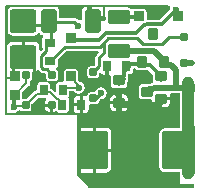
<source format=gtl>
G04*
G04 #@! TF.GenerationSoftware,Altium Limited,Altium Designer,20.0.10 (225)*
G04*
G04 Layer_Physical_Order=1*
G04 Layer_Color=255*
%FSLAX25Y25*%
%MOIN*%
G70*
G01*
G75*
%ADD10C,0.00984*%
%ADD11C,0.00787*%
%ADD12C,0.01575*%
G04:AMPARAMS|DCode=16|XSize=94.49mil|YSize=129.92mil|CornerRadius=9.45mil|HoleSize=0mil|Usage=FLASHONLY|Rotation=180.000|XOffset=0mil|YOffset=0mil|HoleType=Round|Shape=RoundedRectangle|*
%AMROUNDEDRECTD16*
21,1,0.09449,0.11102,0,0,180.0*
21,1,0.07559,0.12992,0,0,180.0*
1,1,0.01890,-0.03780,0.05551*
1,1,0.01890,0.03780,0.05551*
1,1,0.01890,0.03780,-0.05551*
1,1,0.01890,-0.03780,-0.05551*
%
%ADD16ROUNDEDRECTD16*%
G04:AMPARAMS|DCode=17|XSize=23.62mil|YSize=23.62mil|CornerRadius=2.36mil|HoleSize=0mil|Usage=FLASHONLY|Rotation=270.000|XOffset=0mil|YOffset=0mil|HoleType=Round|Shape=RoundedRectangle|*
%AMROUNDEDRECTD17*
21,1,0.02362,0.01890,0,0,270.0*
21,1,0.01890,0.02362,0,0,270.0*
1,1,0.00472,-0.00945,-0.00945*
1,1,0.00472,-0.00945,0.00945*
1,1,0.00472,0.00945,0.00945*
1,1,0.00472,0.00945,-0.00945*
%
%ADD17ROUNDEDRECTD17*%
G04:AMPARAMS|DCode=18|XSize=35.83mil|YSize=33.47mil|CornerRadius=3.35mil|HoleSize=0mil|Usage=FLASHONLY|Rotation=0.000|XOffset=0mil|YOffset=0mil|HoleType=Round|Shape=RoundedRectangle|*
%AMROUNDEDRECTD18*
21,1,0.03583,0.02677,0,0,0.0*
21,1,0.02913,0.03347,0,0,0.0*
1,1,0.00669,0.01457,-0.01339*
1,1,0.00669,-0.01457,-0.01339*
1,1,0.00669,-0.01457,0.01339*
1,1,0.00669,0.01457,0.01339*
%
%ADD18ROUNDEDRECTD18*%
G04:AMPARAMS|DCode=19|XSize=23.62mil|YSize=23.62mil|CornerRadius=2.36mil|HoleSize=0mil|Usage=FLASHONLY|Rotation=180.000|XOffset=0mil|YOffset=0mil|HoleType=Round|Shape=RoundedRectangle|*
%AMROUNDEDRECTD19*
21,1,0.02362,0.01890,0,0,180.0*
21,1,0.01890,0.02362,0,0,180.0*
1,1,0.00472,-0.00945,0.00945*
1,1,0.00472,0.00945,0.00945*
1,1,0.00472,0.00945,-0.00945*
1,1,0.00472,-0.00945,-0.00945*
%
%ADD19ROUNDEDRECTD19*%
G04:AMPARAMS|DCode=20|XSize=27.56mil|YSize=36.22mil|CornerRadius=2.76mil|HoleSize=0mil|Usage=FLASHONLY|Rotation=0.000|XOffset=0mil|YOffset=0mil|HoleType=Round|Shape=RoundedRectangle|*
%AMROUNDEDRECTD20*
21,1,0.02756,0.03071,0,0,0.0*
21,1,0.02205,0.03622,0,0,0.0*
1,1,0.00551,0.01102,-0.01535*
1,1,0.00551,-0.01102,-0.01535*
1,1,0.00551,-0.01102,0.01535*
1,1,0.00551,0.01102,0.01535*
%
%ADD20ROUNDEDRECTD20*%
G04:AMPARAMS|DCode=21|XSize=35.43mil|YSize=37.4mil|CornerRadius=3.54mil|HoleSize=0mil|Usage=FLASHONLY|Rotation=270.000|XOffset=0mil|YOffset=0mil|HoleType=Round|Shape=RoundedRectangle|*
%AMROUNDEDRECTD21*
21,1,0.03543,0.03032,0,0,270.0*
21,1,0.02835,0.03740,0,0,270.0*
1,1,0.00709,-0.01516,-0.01417*
1,1,0.00709,-0.01516,0.01417*
1,1,0.00709,0.01516,0.01417*
1,1,0.00709,0.01516,-0.01417*
%
%ADD21ROUNDEDRECTD21*%
G04:AMPARAMS|DCode=22|XSize=35.43mil|YSize=37.4mil|CornerRadius=3.54mil|HoleSize=0mil|Usage=FLASHONLY|Rotation=270.000|XOffset=0mil|YOffset=0mil|HoleType=Round|Shape=RoundedRectangle|*
%AMROUNDEDRECTD22*
21,1,0.03543,0.03032,0,0,270.0*
21,1,0.02835,0.03740,0,0,270.0*
1,1,0.00709,-0.01516,-0.01417*
1,1,0.00709,-0.01516,0.01417*
1,1,0.00709,0.01516,0.01417*
1,1,0.00709,0.01516,-0.01417*
%
%ADD22ROUNDEDRECTD22*%
G04:AMPARAMS|DCode=23|XSize=35.43mil|YSize=37.4mil|CornerRadius=3.54mil|HoleSize=0mil|Usage=FLASHONLY|Rotation=0.000|XOffset=0mil|YOffset=0mil|HoleType=Round|Shape=RoundedRectangle|*
%AMROUNDEDRECTD23*
21,1,0.03543,0.03032,0,0,0.0*
21,1,0.02835,0.03740,0,0,0.0*
1,1,0.00709,0.01417,-0.01516*
1,1,0.00709,-0.01417,-0.01516*
1,1,0.00709,-0.01417,0.01516*
1,1,0.00709,0.01417,0.01516*
%
%ADD23ROUNDEDRECTD23*%
G04:AMPARAMS|DCode=24|XSize=35.43mil|YSize=37.4mil|CornerRadius=3.54mil|HoleSize=0mil|Usage=FLASHONLY|Rotation=0.000|XOffset=0mil|YOffset=0mil|HoleType=Round|Shape=RoundedRectangle|*
%AMROUNDEDRECTD24*
21,1,0.03543,0.03032,0,0,0.0*
21,1,0.02835,0.03740,0,0,0.0*
1,1,0.00709,0.01417,-0.01516*
1,1,0.00709,-0.01417,-0.01516*
1,1,0.00709,-0.01417,0.01516*
1,1,0.00709,0.01417,0.01516*
%
%ADD24ROUNDEDRECTD24*%
G04:AMPARAMS|DCode=25|XSize=78.74mil|YSize=86.61mil|CornerRadius=7.87mil|HoleSize=0mil|Usage=FLASHONLY|Rotation=270.000|XOffset=0mil|YOffset=0mil|HoleType=Round|Shape=RoundedRectangle|*
%AMROUNDEDRECTD25*
21,1,0.07874,0.07087,0,0,270.0*
21,1,0.06299,0.08661,0,0,270.0*
1,1,0.01575,-0.03543,-0.03150*
1,1,0.01575,-0.03543,0.03150*
1,1,0.01575,0.03543,0.03150*
1,1,0.01575,0.03543,-0.03150*
%
%ADD25ROUNDEDRECTD25*%
G04:AMPARAMS|DCode=26|XSize=51.18mil|YSize=78.74mil|CornerRadius=5.12mil|HoleSize=0mil|Usage=FLASHONLY|Rotation=180.000|XOffset=0mil|YOffset=0mil|HoleType=Round|Shape=RoundedRectangle|*
%AMROUNDEDRECTD26*
21,1,0.05118,0.06850,0,0,180.0*
21,1,0.04095,0.07874,0,0,180.0*
1,1,0.01024,-0.02047,0.03425*
1,1,0.01024,0.02047,0.03425*
1,1,0.01024,0.02047,-0.03425*
1,1,0.01024,-0.02047,-0.03425*
%
%ADD26ROUNDEDRECTD26*%
G04:AMPARAMS|DCode=27|XSize=27.56mil|YSize=36.22mil|CornerRadius=2.76mil|HoleSize=0mil|Usage=FLASHONLY|Rotation=90.000|XOffset=0mil|YOffset=0mil|HoleType=Round|Shape=RoundedRectangle|*
%AMROUNDEDRECTD27*
21,1,0.02756,0.03071,0,0,90.0*
21,1,0.02205,0.03622,0,0,90.0*
1,1,0.00551,0.01535,0.01102*
1,1,0.00551,0.01535,-0.01102*
1,1,0.00551,-0.01535,-0.01102*
1,1,0.00551,-0.01535,0.01102*
%
%ADD27ROUNDEDRECTD27*%
G04:AMPARAMS|DCode=28|XSize=33.47mil|YSize=33.47mil|CornerRadius=3.35mil|HoleSize=0mil|Usage=FLASHONLY|Rotation=90.000|XOffset=0mil|YOffset=0mil|HoleType=Round|Shape=RoundedRectangle|*
%AMROUNDEDRECTD28*
21,1,0.03347,0.02677,0,0,90.0*
21,1,0.02677,0.03347,0,0,90.0*
1,1,0.00669,0.01339,0.01339*
1,1,0.00669,0.01339,-0.01339*
1,1,0.00669,-0.01339,-0.01339*
1,1,0.00669,-0.01339,0.01339*
%
%ADD28ROUNDEDRECTD28*%
G04:AMPARAMS|DCode=29|XSize=35.83mil|YSize=33.47mil|CornerRadius=3.35mil|HoleSize=0mil|Usage=FLASHONLY|Rotation=90.000|XOffset=0mil|YOffset=0mil|HoleType=Round|Shape=RoundedRectangle|*
%AMROUNDEDRECTD29*
21,1,0.03583,0.02677,0,0,90.0*
21,1,0.02913,0.03347,0,0,90.0*
1,1,0.00669,0.01339,0.01457*
1,1,0.00669,0.01339,-0.01457*
1,1,0.00669,-0.01339,-0.01457*
1,1,0.00669,-0.01339,0.01457*
%
%ADD29ROUNDEDRECTD29*%
G04:AMPARAMS|DCode=30|XSize=70.87mil|YSize=45.28mil|CornerRadius=4.53mil|HoleSize=0mil|Usage=FLASHONLY|Rotation=180.000|XOffset=0mil|YOffset=0mil|HoleType=Round|Shape=RoundedRectangle|*
%AMROUNDEDRECTD30*
21,1,0.07087,0.03622,0,0,180.0*
21,1,0.06181,0.04528,0,0,180.0*
1,1,0.00906,-0.03091,0.01811*
1,1,0.00906,0.03091,0.01811*
1,1,0.00906,0.03091,-0.01811*
1,1,0.00906,-0.03091,-0.01811*
%
%ADD30ROUNDEDRECTD30*%
%ADD49O,0.03937X0.34429*%
%ADD50O,0.54331X0.00787*%
%ADD51O,0.00787X0.36221*%
%ADD52O,0.03937X0.01968*%
%ADD53O,0.00787X0.01968*%
%ADD54O,0.25591X0.00787*%
%ADD55O,0.01575X0.21260*%
%ADD56O,0.35433X0.01575*%
G04:AMPARAMS|DCode=57|XSize=15.75mil|YSize=62.99mil|CornerRadius=0mil|HoleSize=0mil|Usage=FLASHONLY|Rotation=45.000|XOffset=0mil|YOffset=0mil|HoleType=Round|Shape=Round|*
%AMOVALD57*
21,1,0.04724,0.01575,0.00000,0.00000,135.0*
1,1,0.01575,0.01670,-0.01670*
1,1,0.01575,-0.01670,0.01670*
%
%ADD57OVALD57*%

%ADD58C,0.01968*%
%ADD59C,0.03937*%
%ADD60C,0.01181*%
%ADD61C,0.02362*%
G36*
X55295Y61194D02*
X55522Y60749D01*
X55429Y60611D01*
X55276Y59842D01*
X55277Y59842D01*
X55272Y59834D01*
X55245Y59797D01*
X55211Y59757D01*
X52075Y56621D01*
X47737D01*
X47679Y56669D01*
Y59114D01*
X47592Y59552D01*
X47344Y59923D01*
X46973Y60171D01*
X46535Y60258D01*
X43622D01*
X43184Y60171D01*
X43035Y60072D01*
X42963Y60057D01*
X42460Y60155D01*
X42395Y60198D01*
X42272Y60382D01*
X41862Y60656D01*
X41540Y60720D01*
X41589Y61221D01*
X54626D01*
X55295Y61194D01*
D02*
G37*
G36*
X26741Y60720D02*
X26587Y60618D01*
X26253Y60118D01*
X26136Y59528D01*
Y56699D01*
X25746Y56491D01*
X25636Y56487D01*
X24902Y56633D01*
X24826Y56618D01*
X24825Y56618D01*
X24802Y56626D01*
X24774Y56638D01*
X24741Y56655D01*
X24703Y56679D01*
X24668Y56705D01*
X24446Y56926D01*
X24023Y57209D01*
X23524Y57309D01*
X18529D01*
Y59528D01*
X18428Y60035D01*
X18141Y60464D01*
X18031Y61137D01*
X18091Y61221D01*
X26590D01*
X26741Y60720D01*
D02*
G37*
G36*
X2323Y60758D02*
X2316Y60720D01*
X1817Y60387D01*
X1469Y59866D01*
X1347Y59252D01*
Y52953D01*
X1469Y52338D01*
X1817Y51817D01*
X2338Y51469D01*
X2953Y51347D01*
X10039D01*
X10654Y51469D01*
X11175Y51817D01*
X11384Y52131D01*
X11584Y52147D01*
X11943Y52085D01*
X12174Y51740D01*
X12603Y51453D01*
X12988Y51377D01*
X13124Y50998D01*
X13130Y50853D01*
X12916Y50533D01*
X12833Y50118D01*
Y47913D01*
X12916Y47499D01*
X12924Y47487D01*
X12953Y47013D01*
Y46899D01*
X12324Y46270D01*
X11862Y46461D01*
Y47441D01*
X11723Y48138D01*
X11328Y48730D01*
X10737Y49125D01*
X10039Y49263D01*
X6996D01*
Y44291D01*
X5996D01*
Y49263D01*
X2953D01*
X2255Y49125D01*
X1664Y48730D01*
X1324Y48221D01*
X953Y48256D01*
X824Y48303D01*
X790Y60801D01*
X1118Y61221D01*
X2160D01*
X2323Y60758D01*
D02*
G37*
G36*
X31685Y45735D02*
X30967Y45017D01*
X30685Y44594D01*
X30585Y44094D01*
Y41584D01*
X30356Y41355D01*
X30192Y41202D01*
X30060Y41096D01*
X30014Y41063D01*
X28976D01*
X28577Y40984D01*
X28238Y40758D01*
X28012Y40419D01*
X27933Y40020D01*
Y38130D01*
X28012Y37731D01*
X28238Y37392D01*
X28577Y37166D01*
X28976Y37086D01*
X30866D01*
X31266Y37166D01*
X31604Y37392D01*
X31830Y37731D01*
X31910Y38130D01*
Y38708D01*
X32410Y38859D01*
X32525Y38687D01*
X32947Y38405D01*
X33445Y38306D01*
X34047D01*
Y41142D01*
X35047D01*
Y38306D01*
X35369D01*
X35770Y37886D01*
X35785Y37835D01*
X35785Y37823D01*
Y35000D01*
X35873Y34555D01*
X36126Y34177D01*
X36503Y33925D01*
X36949Y33836D01*
X39980D01*
X40426Y33925D01*
X40803Y34177D01*
X41056Y34555D01*
X41144Y35000D01*
Y35975D01*
X41357Y36293D01*
X41464Y36831D01*
X41366Y37323D01*
X41371Y37342D01*
X41380Y37489D01*
X41464Y37913D01*
Y38522D01*
X41949D01*
X42364Y38605D01*
X42715Y38840D01*
X42950Y39192D01*
X43033Y39606D01*
Y40132D01*
X43091Y40206D01*
X43214Y40315D01*
X43320Y40377D01*
X43533Y40455D01*
X43543Y40451D01*
X43590Y40426D01*
X43630Y40400D01*
X43665Y40370D01*
X43698Y40334D01*
X43756Y40257D01*
X43763Y40251D01*
X43823Y40161D01*
X43977Y40058D01*
X43989Y40047D01*
X43997Y40044D01*
X44200Y39909D01*
X44646Y39820D01*
X47480D01*
X47926Y39909D01*
X48052Y39993D01*
X48059Y39994D01*
X49380Y38673D01*
X49570Y38468D01*
X49703Y38302D01*
X49761Y38220D01*
Y36280D01*
X49850Y35834D01*
X49488Y35475D01*
X49255Y35429D01*
X49019Y35271D01*
X48504D01*
X48442Y35259D01*
X46201D01*
X45755Y35170D01*
X45378Y34918D01*
X45125Y34540D01*
X45037Y34095D01*
Y31260D01*
X45125Y30814D01*
X45378Y30437D01*
X45755Y30184D01*
X46201Y30096D01*
X49232D01*
X49544Y29840D01*
Y28799D01*
X49649Y28271D01*
X49949Y27823D01*
X50397Y27524D01*
X50925Y27419D01*
X51941D01*
Y30217D01*
X52441D01*
Y30717D01*
X55338D01*
Y31634D01*
X55312Y31764D01*
X55629Y32150D01*
X58083D01*
X58247Y32136D01*
X58476Y32098D01*
X58647Y32052D01*
X58759Y32007D01*
X58794Y31986D01*
Y20408D01*
X53701D01*
X53025Y20274D01*
X52452Y19891D01*
X52069Y19318D01*
X51935Y18642D01*
Y7539D01*
X52069Y6864D01*
X52452Y6290D01*
X53025Y5908D01*
X53701Y5773D01*
X58661D01*
Y1638D01*
X28667D01*
X25266Y4907D01*
X25297Y5399D01*
X25751Y5673D01*
X26339Y5556D01*
X29618D01*
Y13091D01*
Y20625D01*
X26339D01*
X25751Y20508D01*
X25251Y20809D01*
X25251Y25393D01*
X25386Y25428D01*
Y27847D01*
X23483D01*
Y26811D01*
X23582Y26313D01*
X23864Y25891D01*
X23870Y25887D01*
X23719Y25387D01*
X21296Y25377D01*
X21204Y25877D01*
X21455Y26045D01*
X21690Y26396D01*
X21773Y26811D01*
Y29882D01*
X21690Y30297D01*
X21662Y30339D01*
X21560Y30836D01*
X21700Y31086D01*
X21789Y31219D01*
X21871Y31634D01*
Y32821D01*
X23236D01*
X23273Y32814D01*
X23309Y32803D01*
X23345Y32789D01*
X23382Y32770D01*
X23421Y32747D01*
X23462Y32718D01*
X23495Y32691D01*
X23551Y32606D01*
X24202Y32171D01*
X24971Y32019D01*
X25739Y32171D01*
X26390Y32606D01*
X26825Y33257D01*
X26978Y34026D01*
X26825Y34794D01*
X26390Y35445D01*
X25739Y35880D01*
X25513Y35925D01*
X25474Y35944D01*
X25382Y35970D01*
X25213Y36029D01*
X25155Y36055D01*
X25094Y36086D01*
X25038Y36118D01*
X24986Y36151D01*
X24940Y36185D01*
X24925Y36201D01*
Y36417D01*
X24925Y36417D01*
X24924Y36423D01*
Y39154D01*
X24836Y39591D01*
X24588Y39963D01*
X24217Y40211D01*
X23779Y40298D01*
X21102D01*
X20665Y40211D01*
X20293Y39963D01*
X20045Y39591D01*
X19958Y39154D01*
Y36240D01*
X19538Y35789D01*
X18583D01*
X18168Y35706D01*
X17816Y35471D01*
X17581Y35120D01*
X17499Y34705D01*
Y32846D01*
X17037Y32655D01*
X16360Y33332D01*
X15969Y33593D01*
X15572Y33672D01*
Y34705D01*
X15489Y35120D01*
X15255Y35471D01*
X14903Y35706D01*
X14488Y35789D01*
X12284D01*
X11869Y35706D01*
X11517Y35471D01*
X11282Y35120D01*
X11200Y34705D01*
Y33055D01*
X10984D01*
X10523Y32963D01*
X10133Y32702D01*
X10133Y32702D01*
X7756Y30326D01*
X7632Y30209D01*
X7543Y30138D01*
X6599D01*
X6334Y30149D01*
X6124Y30605D01*
Y32250D01*
X6269Y32420D01*
X8430Y34582D01*
X8430Y34582D01*
X8691Y34972D01*
X8783Y35433D01*
X8783Y35433D01*
Y36252D01*
X8923Y36280D01*
X9262Y36506D01*
X9488Y36845D01*
X9567Y37244D01*
Y39134D01*
X9719Y39319D01*
X10039D01*
X10737Y39458D01*
X11328Y39853D01*
X11607Y39880D01*
X12351Y39137D01*
X12774Y38854D01*
X13273Y38754D01*
X13830D01*
X13955Y38629D01*
X14110Y38462D01*
X14214Y38332D01*
X14252Y38278D01*
Y37994D01*
X14250Y37985D01*
X14252Y37975D01*
Y37244D01*
X14331Y36845D01*
X14557Y36506D01*
X14896Y36280D01*
X15295Y36200D01*
X17185D01*
X17584Y36280D01*
X17923Y36506D01*
X18149Y36845D01*
X18229Y37244D01*
Y39134D01*
X18149Y39533D01*
X17923Y39872D01*
X17584Y40098D01*
X17481Y40119D01*
X17423Y40489D01*
X17439Y40637D01*
X17755Y40848D01*
X17989Y41199D01*
X18072Y41614D01*
Y43456D01*
X18284Y43703D01*
X20816Y46235D01*
X31478D01*
X31685Y45735D01*
D02*
G37*
G36*
X11770Y30643D02*
X11864Y30636D01*
X11869Y30632D01*
X11962Y30614D01*
X11966Y30612D01*
X11976Y30611D01*
X12284Y30550D01*
X14053D01*
X14205Y30050D01*
X14109Y29986D01*
X13836Y29577D01*
X13740Y29094D01*
Y28650D01*
X15945D01*
Y28150D01*
X16445D01*
Y25944D01*
X16890D01*
X17372Y26040D01*
X17613Y26201D01*
X17718Y26045D01*
X17988Y25864D01*
X17956Y25501D01*
X17906Y25363D01*
X4291Y25309D01*
X4213Y25803D01*
X4864Y26238D01*
X5020Y26471D01*
X5232Y26512D01*
X5483Y26505D01*
X5536Y26496D01*
X5559Y26487D01*
X5601Y26467D01*
X5939Y26241D01*
X6339Y26161D01*
X8228D01*
X8628Y26241D01*
X8966Y26467D01*
X9193Y26805D01*
X9272Y27205D01*
Y28407D01*
X9430Y28594D01*
X11483Y30646D01*
X11637D01*
X11770Y30643D01*
D02*
G37*
%LPC*%
G36*
X32382Y34094D02*
X31614Y33941D01*
X30963Y33506D01*
X30528Y32855D01*
X30437Y32402D01*
X28976D01*
X28577Y32322D01*
X28238Y32096D01*
X28012Y31758D01*
X27933Y31358D01*
X27543Y31119D01*
X27433Y31094D01*
X26988Y31183D01*
X26386D01*
Y28346D01*
Y25510D01*
X26988D01*
X27486Y25609D01*
X27908Y25891D01*
X28190Y26313D01*
X28289Y26811D01*
Y28141D01*
X28789Y28462D01*
X28976Y28425D01*
X30866D01*
X31266Y28504D01*
X31604Y28730D01*
X31830Y29069D01*
X31857Y29201D01*
X31881Y29247D01*
X31888Y29338D01*
X31910Y29426D01*
X31915Y29514D01*
X31923Y29564D01*
X31938Y29621D01*
X31962Y29687D01*
X31997Y29761D01*
X32044Y29843D01*
X32097Y29924D01*
X32189Y30037D01*
X32222Y30058D01*
X32255Y30075D01*
X32282Y30087D01*
X32306Y30094D01*
X32307Y30095D01*
X32382Y30079D01*
X33150Y30232D01*
X33801Y30667D01*
X34236Y31319D01*
X34389Y32087D01*
X34236Y32855D01*
X33801Y33506D01*
X33150Y33941D01*
X32382Y34094D01*
D02*
G37*
G36*
X39980Y31735D02*
X38965D01*
Y29437D01*
X41361D01*
Y30354D01*
X41256Y30883D01*
X40957Y31331D01*
X40509Y31630D01*
X39980Y31735D01*
D02*
G37*
G36*
X37964D02*
X36949D01*
X36420Y31630D01*
X35972Y31331D01*
X35673Y30883D01*
X35568Y30354D01*
Y29437D01*
X37964D01*
Y31735D01*
D02*
G37*
G36*
X25386Y31183D02*
X24783D01*
X24286Y31084D01*
X23864Y30801D01*
X23582Y30380D01*
X23483Y29882D01*
Y28846D01*
X25386D01*
Y31183D01*
D02*
G37*
G36*
X55338Y29717D02*
X52941D01*
Y27419D01*
X53957D01*
X54485Y27524D01*
X54933Y27823D01*
X55232Y28271D01*
X55338Y28799D01*
Y29717D01*
D02*
G37*
G36*
X41361Y28437D02*
X38965D01*
Y26139D01*
X39980D01*
X40509Y26244D01*
X40957Y26543D01*
X41256Y26991D01*
X41361Y27520D01*
Y28437D01*
D02*
G37*
G36*
X37964D02*
X35568D01*
Y27520D01*
X35673Y26991D01*
X35972Y26543D01*
X36420Y26244D01*
X36949Y26139D01*
X37964D01*
Y28437D01*
D02*
G37*
G36*
X33898Y20625D02*
X30618D01*
Y13590D01*
X35881D01*
Y18642D01*
X35730Y19401D01*
X35300Y20044D01*
X34657Y20474D01*
X33898Y20625D01*
D02*
G37*
G36*
X35881Y12591D02*
X30618D01*
Y5556D01*
X33898D01*
X34657Y5707D01*
X35300Y6137D01*
X35730Y6780D01*
X35881Y7539D01*
Y12591D01*
D02*
G37*
G36*
X15445Y27650D02*
X13740D01*
Y27205D01*
X13836Y26722D01*
X14109Y26313D01*
X14518Y26040D01*
X15000Y25944D01*
X15445D01*
Y27650D01*
D02*
G37*
%LPD*%
D10*
X29921Y56299D02*
Y56693D01*
Y53948D02*
Y56299D01*
X34941Y50394D02*
X38189D01*
X44587D01*
X31890Y44094D02*
X33465Y45669D01*
X32087Y47539D02*
X33400Y48853D01*
X34941Y50394D01*
X31890Y41043D02*
Y44094D01*
X33465Y45669D02*
Y48788D01*
X29921Y39075D02*
X31890Y41043D01*
X46457Y48524D02*
X52854D01*
X55118Y50787D02*
X60039D01*
X52854Y48524D02*
X55118Y50787D01*
X15453Y42717D02*
X20276Y47539D01*
X32087D01*
X30118Y29823D02*
X32382Y32087D01*
X15650Y54823D02*
X16831Y56004D01*
X15354Y49016D02*
X15650Y49311D01*
X8071Y54823D02*
X15256D01*
X44587Y50394D02*
X46457Y48524D01*
X15354Y49016D02*
X15453D01*
X15143D02*
X15354D01*
X14370Y40059D02*
X16240Y38189D01*
X13273Y40059D02*
X14370D01*
X12362Y40970D02*
X13273Y40059D01*
X12362Y40970D02*
Y44463D01*
X14257Y48130D02*
X15143Y49016D01*
X14257Y46358D02*
Y48130D01*
X12362Y44463D02*
X14257Y46358D01*
X6890Y44291D02*
X10039Y41142D01*
X6201Y44291D02*
X6496D01*
X2953Y41043D02*
X6201Y44291D01*
X10039Y39319D02*
Y41142D01*
X10827Y37303D02*
Y38532D01*
X10039Y39319D02*
X10827Y38532D01*
X2953Y37205D02*
Y41043D01*
X6693Y44390D02*
X7776Y45472D01*
X6693Y56201D02*
X8071Y54823D01*
X29528Y35039D02*
X34350D01*
X34547Y34843D01*
X23524Y56004D02*
X24902Y54626D01*
X16831Y56004D02*
X23524D01*
X15650Y49311D02*
Y54823D01*
D11*
X27732Y61221D02*
X33563D01*
X33169Y57185D02*
X33563Y57579D01*
Y61221D01*
X25197Y25197D02*
X25471D01*
X25886Y25612D02*
Y28346D01*
X25471Y25197D02*
X25886Y25612D01*
X25197Y14567D02*
Y25197D01*
X15846Y28051D02*
X15945Y28150D01*
X15846Y25591D02*
Y27854D01*
X3445Y31299D02*
X3642Y31496D01*
X7579Y35433D02*
Y38189D01*
X3642Y31496D02*
X7579Y35433D01*
X7037Y27904D02*
X7283Y28150D01*
X3691Y27904D02*
X7037D01*
X3445Y27657D02*
X3691Y27904D01*
X13386Y32835D02*
Y33169D01*
X12402Y31850D02*
X13386Y32835D01*
X10984Y31850D02*
X12402D01*
X7283Y28150D02*
X10984Y31850D01*
X13386Y33169D02*
X14075Y32480D01*
X15508D02*
X17811Y30177D01*
X14075Y32480D02*
X15508D01*
X19587Y28346D02*
Y28780D01*
X18189Y30177D02*
X19587Y28780D01*
X17811Y30177D02*
X18189D01*
X20541Y34026D02*
X24971D01*
X19685Y33169D02*
X20541Y34026D01*
X24971D02*
Y34452D01*
X23720Y35702D02*
X24971Y34452D01*
X23720Y35702D02*
Y36417D01*
X22441Y37697D02*
X23720Y36417D01*
X61574Y20462D02*
X61673Y20561D01*
Y33936D01*
X2953Y37205D02*
X3130D01*
X1181D02*
X2953D01*
X3130D02*
X3642Y37716D01*
D12*
X29035Y56102D02*
Y56891D01*
X29921Y56299D02*
X30807Y57185D01*
X29724Y56102D02*
X29921Y56299D01*
X30807Y57185D02*
X33169D01*
X28445Y57733D02*
Y60532D01*
Y57284D02*
Y57733D01*
Y56693D02*
Y57284D01*
X29428D01*
X28646Y57531D02*
X29675D01*
X28445Y57733D02*
X28646Y57531D01*
X28205Y57972D02*
X28445Y57733D01*
Y56693D02*
X29035Y56102D01*
X29428Y57284D02*
X29675Y57531D01*
D16*
X57480Y13091D02*
D03*
X30118D02*
D03*
D17*
X15945Y28150D02*
D03*
X7283D02*
D03*
X7579Y38189D02*
D03*
X16240D02*
D03*
D18*
X45079Y57776D02*
D03*
X58071D02*
D03*
D19*
X60039Y42126D02*
D03*
Y50787D02*
D03*
X29921Y30413D02*
D03*
Y39075D02*
D03*
D20*
X19587Y28346D02*
D03*
X25886D02*
D03*
X19685Y33169D02*
D03*
X13386D02*
D03*
X40846Y41142D02*
D03*
X34547D02*
D03*
D21*
X52441Y37697D02*
D03*
X61693Y33957D02*
D03*
X38465Y36417D02*
D03*
X47717Y32677D02*
D03*
D22*
X52441Y30217D02*
D03*
X38464Y28937D02*
D03*
D23*
X49803Y51752D02*
D03*
X46063Y42500D02*
D03*
D24*
X53543Y42500D02*
D03*
D25*
X6496Y44291D02*
D03*
Y56102D02*
D03*
D26*
X15157Y56102D02*
D03*
X29724D02*
D03*
D27*
X15453Y42717D02*
D03*
Y49016D02*
D03*
D28*
X3642Y31496D02*
D03*
Y37716D02*
D03*
D29*
X22441Y50689D02*
D03*
Y37697D02*
D03*
D30*
X38287Y57677D02*
D03*
Y46260D02*
D03*
D49*
X61574Y20462D02*
D03*
D50*
X27732Y61221D02*
D03*
D51*
X787Y43085D02*
D03*
D52*
X61910Y42126D02*
D03*
D53*
X787Y26181D02*
D03*
D54*
X13189Y25295D02*
D03*
D55*
X25197Y14862D02*
D03*
D56*
X45866Y1181D02*
D03*
D57*
X27165Y3051D02*
D03*
D58*
X61594Y33957D02*
X61812Y34174D01*
X53543Y42500D02*
Y42598D01*
Y42402D02*
Y42500D01*
X57382Y33957D02*
X61594D01*
X57382D02*
Y39862D01*
X53543Y42402D02*
X54331Y41614D01*
X55630D02*
X57382Y39862D01*
X54331Y41614D02*
X55630D01*
X38287Y46260D02*
X38386Y46161D01*
X49980D01*
X52756Y43386D01*
Y43386D02*
Y43386D01*
Y43386D02*
X53543Y42598D01*
X50689Y33957D02*
X57382D01*
X38464Y27854D02*
X38583Y27736D01*
Y25886D02*
Y27736D01*
X38464Y27854D02*
Y31594D01*
Y27854D02*
X38661Y28051D01*
X50113D01*
X51653Y28346D02*
X52441Y29134D01*
X50408Y28346D02*
X51653D01*
X50113Y28051D02*
X50408Y28346D01*
X47717Y32677D02*
X48504Y33465D01*
X49651D01*
X49946Y33760D01*
X50492D01*
X50689Y33957D01*
D59*
X61673Y5709D02*
Y13091D01*
Y20561D01*
Y33936D02*
X61693Y33957D01*
X57480Y13091D02*
Y14862D01*
D60*
X46679Y54724D02*
X47245D01*
X44218Y52264D02*
X46679Y54724D01*
X52658Y55216D02*
X57284Y59842D01*
X47737Y55216D02*
X52658D01*
X47245Y54724D02*
X47737Y55216D01*
X34166Y52264D02*
X44218D01*
X23012Y50000D02*
X31903D01*
X34166Y52264D01*
X34547Y34843D02*
Y34843D01*
X37795Y31594D02*
X38464D01*
X34547Y34843D02*
X37795Y31594D01*
X3445Y27657D02*
Y31299D01*
X38287Y57677D02*
X45079D01*
X22441Y50571D02*
X23012Y50000D01*
X52342Y36614D02*
X52441D01*
X40059Y39272D02*
X41624Y40837D01*
X38563Y35335D02*
X40059Y36831D01*
X38465Y35335D02*
X38563D01*
X46063Y41614D02*
Y42697D01*
Y41516D02*
Y41614D01*
X40059Y39272D02*
Y40354D01*
Y37913D02*
Y39272D01*
X57359Y59624D02*
X58518Y58465D01*
X57359Y59624D02*
Y59767D01*
X57284Y59842D02*
X57359Y59767D01*
X34547Y34843D02*
Y40059D01*
X46063Y41614D02*
X46334Y41885D01*
X41624Y41919D02*
X45285D01*
X48622Y41417D02*
X52342Y37697D01*
X47244Y41417D02*
X48622D01*
D61*
X24971Y34026D02*
D03*
X57284Y59842D02*
D03*
X32382Y32087D02*
D03*
X3445Y27657D02*
D03*
X24902Y54626D02*
D03*
M02*

</source>
